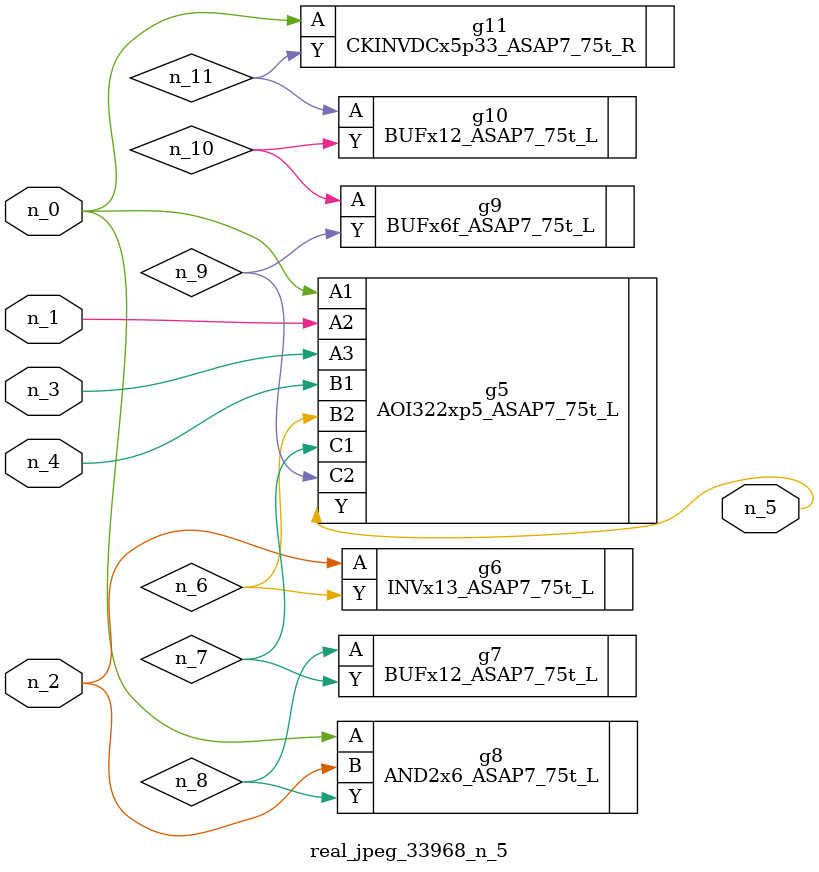
<source format=v>
module real_jpeg_33968_n_5 (n_4, n_0, n_1, n_2, n_3, n_5);

input n_4;
input n_0;
input n_1;
input n_2;
input n_3;

output n_5;

wire n_8;
wire n_11;
wire n_6;
wire n_7;
wire n_10;
wire n_9;

AOI322xp5_ASAP7_75t_L g5 ( 
.A1(n_0),
.A2(n_1),
.A3(n_3),
.B1(n_4),
.B2(n_6),
.C1(n_7),
.C2(n_9),
.Y(n_5)
);

AND2x6_ASAP7_75t_L g8 ( 
.A(n_0),
.B(n_2),
.Y(n_8)
);

CKINVDCx5p33_ASAP7_75t_R g11 ( 
.A(n_0),
.Y(n_11)
);

INVx13_ASAP7_75t_L g6 ( 
.A(n_2),
.Y(n_6)
);

BUFx12_ASAP7_75t_L g7 ( 
.A(n_8),
.Y(n_7)
);

BUFx6f_ASAP7_75t_L g9 ( 
.A(n_10),
.Y(n_9)
);

BUFx12_ASAP7_75t_L g10 ( 
.A(n_11),
.Y(n_10)
);


endmodule
</source>
